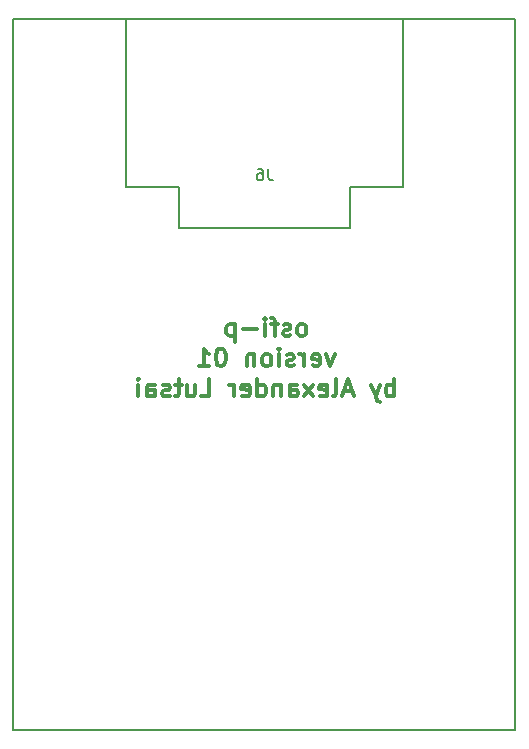
<source format=gbr>
G04 #@! TF.GenerationSoftware,KiCad,Pcbnew,5.0.1*
G04 #@! TF.CreationDate,2019-01-30T17:32:38+03:00*
G04 #@! TF.ProjectId,core,636F72652E6B696361645F7063620000,rev?*
G04 #@! TF.SameCoordinates,Original*
G04 #@! TF.FileFunction,Legend,Bot*
G04 #@! TF.FilePolarity,Positive*
%FSLAX46Y46*%
G04 Gerber Fmt 4.6, Leading zero omitted, Abs format (unit mm)*
G04 Created by KiCad (PCBNEW 5.0.1) date Wed 30 Jan 2019 05:32:38 PM MSK*
%MOMM*%
%LPD*%
G01*
G04 APERTURE LIST*
%ADD10C,0.300000*%
%ADD11C,0.150000*%
G04 APERTURE END LIST*
D10*
X172857142Y-81378571D02*
X173000000Y-81307142D01*
X173071428Y-81235714D01*
X173142857Y-81092857D01*
X173142857Y-80664285D01*
X173071428Y-80521428D01*
X173000000Y-80450000D01*
X172857142Y-80378571D01*
X172642857Y-80378571D01*
X172500000Y-80450000D01*
X172428571Y-80521428D01*
X172357142Y-80664285D01*
X172357142Y-81092857D01*
X172428571Y-81235714D01*
X172500000Y-81307142D01*
X172642857Y-81378571D01*
X172857142Y-81378571D01*
X171785714Y-81307142D02*
X171642857Y-81378571D01*
X171357142Y-81378571D01*
X171214285Y-81307142D01*
X171142857Y-81164285D01*
X171142857Y-81092857D01*
X171214285Y-80950000D01*
X171357142Y-80878571D01*
X171571428Y-80878571D01*
X171714285Y-80807142D01*
X171785714Y-80664285D01*
X171785714Y-80592857D01*
X171714285Y-80450000D01*
X171571428Y-80378571D01*
X171357142Y-80378571D01*
X171214285Y-80450000D01*
X170714285Y-80378571D02*
X170142857Y-80378571D01*
X170500000Y-81378571D02*
X170500000Y-80092857D01*
X170428571Y-79950000D01*
X170285714Y-79878571D01*
X170142857Y-79878571D01*
X169642857Y-81378571D02*
X169642857Y-80378571D01*
X169642857Y-79878571D02*
X169714285Y-79950000D01*
X169642857Y-80021428D01*
X169571428Y-79950000D01*
X169642857Y-79878571D01*
X169642857Y-80021428D01*
X168928571Y-80807142D02*
X167785714Y-80807142D01*
X167071428Y-80378571D02*
X167071428Y-81878571D01*
X167071428Y-80450000D02*
X166928571Y-80378571D01*
X166642857Y-80378571D01*
X166500000Y-80450000D01*
X166428571Y-80521428D01*
X166357142Y-80664285D01*
X166357142Y-81092857D01*
X166428571Y-81235714D01*
X166500000Y-81307142D01*
X166642857Y-81378571D01*
X166928571Y-81378571D01*
X167071428Y-81307142D01*
X175535714Y-82928571D02*
X175178571Y-83928571D01*
X174821428Y-82928571D01*
X173678571Y-83857142D02*
X173821428Y-83928571D01*
X174107142Y-83928571D01*
X174250000Y-83857142D01*
X174321428Y-83714285D01*
X174321428Y-83142857D01*
X174250000Y-83000000D01*
X174107142Y-82928571D01*
X173821428Y-82928571D01*
X173678571Y-83000000D01*
X173607142Y-83142857D01*
X173607142Y-83285714D01*
X174321428Y-83428571D01*
X172964285Y-83928571D02*
X172964285Y-82928571D01*
X172964285Y-83214285D02*
X172892857Y-83071428D01*
X172821428Y-83000000D01*
X172678571Y-82928571D01*
X172535714Y-82928571D01*
X172107142Y-83857142D02*
X171964285Y-83928571D01*
X171678571Y-83928571D01*
X171535714Y-83857142D01*
X171464285Y-83714285D01*
X171464285Y-83642857D01*
X171535714Y-83500000D01*
X171678571Y-83428571D01*
X171892857Y-83428571D01*
X172035714Y-83357142D01*
X172107142Y-83214285D01*
X172107142Y-83142857D01*
X172035714Y-83000000D01*
X171892857Y-82928571D01*
X171678571Y-82928571D01*
X171535714Y-83000000D01*
X170821428Y-83928571D02*
X170821428Y-82928571D01*
X170821428Y-82428571D02*
X170892857Y-82500000D01*
X170821428Y-82571428D01*
X170750000Y-82500000D01*
X170821428Y-82428571D01*
X170821428Y-82571428D01*
X169892857Y-83928571D02*
X170035714Y-83857142D01*
X170107142Y-83785714D01*
X170178571Y-83642857D01*
X170178571Y-83214285D01*
X170107142Y-83071428D01*
X170035714Y-83000000D01*
X169892857Y-82928571D01*
X169678571Y-82928571D01*
X169535714Y-83000000D01*
X169464285Y-83071428D01*
X169392857Y-83214285D01*
X169392857Y-83642857D01*
X169464285Y-83785714D01*
X169535714Y-83857142D01*
X169678571Y-83928571D01*
X169892857Y-83928571D01*
X168750000Y-82928571D02*
X168750000Y-83928571D01*
X168750000Y-83071428D02*
X168678571Y-83000000D01*
X168535714Y-82928571D01*
X168321428Y-82928571D01*
X168178571Y-83000000D01*
X168107142Y-83142857D01*
X168107142Y-83928571D01*
X165964285Y-82428571D02*
X165821428Y-82428571D01*
X165678571Y-82500000D01*
X165607142Y-82571428D01*
X165535714Y-82714285D01*
X165464285Y-83000000D01*
X165464285Y-83357142D01*
X165535714Y-83642857D01*
X165607142Y-83785714D01*
X165678571Y-83857142D01*
X165821428Y-83928571D01*
X165964285Y-83928571D01*
X166107142Y-83857142D01*
X166178571Y-83785714D01*
X166250000Y-83642857D01*
X166321428Y-83357142D01*
X166321428Y-83000000D01*
X166250000Y-82714285D01*
X166178571Y-82571428D01*
X166107142Y-82500000D01*
X165964285Y-82428571D01*
X164035714Y-83928571D02*
X164892857Y-83928571D01*
X164464285Y-83928571D02*
X164464285Y-82428571D01*
X164607142Y-82642857D01*
X164750000Y-82785714D01*
X164892857Y-82857142D01*
X180571428Y-86478571D02*
X180571428Y-84978571D01*
X180571428Y-85550000D02*
X180428571Y-85478571D01*
X180142857Y-85478571D01*
X180000000Y-85550000D01*
X179928571Y-85621428D01*
X179857142Y-85764285D01*
X179857142Y-86192857D01*
X179928571Y-86335714D01*
X180000000Y-86407142D01*
X180142857Y-86478571D01*
X180428571Y-86478571D01*
X180571428Y-86407142D01*
X179357142Y-85478571D02*
X179000000Y-86478571D01*
X178642857Y-85478571D02*
X179000000Y-86478571D01*
X179142857Y-86835714D01*
X179214285Y-86907142D01*
X179357142Y-86978571D01*
X177000000Y-86050000D02*
X176285714Y-86050000D01*
X177142857Y-86478571D02*
X176642857Y-84978571D01*
X176142857Y-86478571D01*
X175428571Y-86478571D02*
X175571428Y-86407142D01*
X175642857Y-86264285D01*
X175642857Y-84978571D01*
X174285714Y-86407142D02*
X174428571Y-86478571D01*
X174714285Y-86478571D01*
X174857142Y-86407142D01*
X174928571Y-86264285D01*
X174928571Y-85692857D01*
X174857142Y-85550000D01*
X174714285Y-85478571D01*
X174428571Y-85478571D01*
X174285714Y-85550000D01*
X174214285Y-85692857D01*
X174214285Y-85835714D01*
X174928571Y-85978571D01*
X173714285Y-86478571D02*
X172928571Y-85478571D01*
X173714285Y-85478571D02*
X172928571Y-86478571D01*
X171714285Y-86478571D02*
X171714285Y-85692857D01*
X171785714Y-85550000D01*
X171928571Y-85478571D01*
X172214285Y-85478571D01*
X172357142Y-85550000D01*
X171714285Y-86407142D02*
X171857142Y-86478571D01*
X172214285Y-86478571D01*
X172357142Y-86407142D01*
X172428571Y-86264285D01*
X172428571Y-86121428D01*
X172357142Y-85978571D01*
X172214285Y-85907142D01*
X171857142Y-85907142D01*
X171714285Y-85835714D01*
X171000000Y-85478571D02*
X171000000Y-86478571D01*
X171000000Y-85621428D02*
X170928571Y-85550000D01*
X170785714Y-85478571D01*
X170571428Y-85478571D01*
X170428571Y-85550000D01*
X170357142Y-85692857D01*
X170357142Y-86478571D01*
X169000000Y-86478571D02*
X169000000Y-84978571D01*
X169000000Y-86407142D02*
X169142857Y-86478571D01*
X169428571Y-86478571D01*
X169571428Y-86407142D01*
X169642857Y-86335714D01*
X169714285Y-86192857D01*
X169714285Y-85764285D01*
X169642857Y-85621428D01*
X169571428Y-85550000D01*
X169428571Y-85478571D01*
X169142857Y-85478571D01*
X169000000Y-85550000D01*
X167714285Y-86407142D02*
X167857142Y-86478571D01*
X168142857Y-86478571D01*
X168285714Y-86407142D01*
X168357142Y-86264285D01*
X168357142Y-85692857D01*
X168285714Y-85550000D01*
X168142857Y-85478571D01*
X167857142Y-85478571D01*
X167714285Y-85550000D01*
X167642857Y-85692857D01*
X167642857Y-85835714D01*
X168357142Y-85978571D01*
X167000000Y-86478571D02*
X167000000Y-85478571D01*
X167000000Y-85764285D02*
X166928571Y-85621428D01*
X166857142Y-85550000D01*
X166714285Y-85478571D01*
X166571428Y-85478571D01*
X164214285Y-86478571D02*
X164928571Y-86478571D01*
X164928571Y-84978571D01*
X163071428Y-85478571D02*
X163071428Y-86478571D01*
X163714285Y-85478571D02*
X163714285Y-86264285D01*
X163642857Y-86407142D01*
X163500000Y-86478571D01*
X163285714Y-86478571D01*
X163142857Y-86407142D01*
X163071428Y-86335714D01*
X162571428Y-85478571D02*
X162000000Y-85478571D01*
X162357142Y-84978571D02*
X162357142Y-86264285D01*
X162285714Y-86407142D01*
X162142857Y-86478571D01*
X162000000Y-86478571D01*
X161571428Y-86407142D02*
X161428571Y-86478571D01*
X161142857Y-86478571D01*
X161000000Y-86407142D01*
X160928571Y-86264285D01*
X160928571Y-86192857D01*
X161000000Y-86050000D01*
X161142857Y-85978571D01*
X161357142Y-85978571D01*
X161500000Y-85907142D01*
X161571428Y-85764285D01*
X161571428Y-85692857D01*
X161500000Y-85550000D01*
X161357142Y-85478571D01*
X161142857Y-85478571D01*
X161000000Y-85550000D01*
X159642857Y-86478571D02*
X159642857Y-85692857D01*
X159714285Y-85550000D01*
X159857142Y-85478571D01*
X160142857Y-85478571D01*
X160285714Y-85550000D01*
X159642857Y-86407142D02*
X159785714Y-86478571D01*
X160142857Y-86478571D01*
X160285714Y-86407142D01*
X160357142Y-86264285D01*
X160357142Y-86121428D01*
X160285714Y-85978571D01*
X160142857Y-85907142D01*
X159785714Y-85907142D01*
X159642857Y-85835714D01*
X158928571Y-86478571D02*
X158928571Y-85478571D01*
X158928571Y-84978571D02*
X159000000Y-85050000D01*
X158928571Y-85121428D01*
X158857142Y-85050000D01*
X158928571Y-84978571D01*
X158928571Y-85121428D01*
D11*
G04 #@! TO.C,J6*
X181344519Y-68750000D02*
X176844519Y-68750000D01*
X181344519Y-54500000D02*
X181344519Y-68750000D01*
X157844519Y-68750000D02*
X157844519Y-54500000D01*
X162344519Y-68750000D02*
X157844519Y-68750000D01*
X162344519Y-72250000D02*
X162344519Y-68750000D01*
X176844519Y-72250000D02*
X162344519Y-72250000D01*
X176844519Y-68750000D02*
X176844519Y-72250000D01*
X190844519Y-72250000D02*
X190844519Y-54500000D01*
X190844519Y-54500000D02*
X148344519Y-54500000D01*
X148344519Y-54500000D02*
X148344519Y-72250000D01*
X190844519Y-72250000D02*
X190844519Y-114750000D01*
X190844519Y-114750000D02*
X148344519Y-114750000D01*
X148344519Y-114750000D02*
X148344519Y-72250000D01*
X169927852Y-67202380D02*
X169927852Y-67916666D01*
X169975471Y-68059523D01*
X170070709Y-68154761D01*
X170213566Y-68202380D01*
X170308804Y-68202380D01*
X169023090Y-67202380D02*
X169213566Y-67202380D01*
X169308804Y-67250000D01*
X169356423Y-67297619D01*
X169451661Y-67440476D01*
X169499280Y-67630952D01*
X169499280Y-68011904D01*
X169451661Y-68107142D01*
X169404042Y-68154761D01*
X169308804Y-68202380D01*
X169118328Y-68202380D01*
X169023090Y-68154761D01*
X168975471Y-68107142D01*
X168927852Y-68011904D01*
X168927852Y-67773809D01*
X168975471Y-67678571D01*
X169023090Y-67630952D01*
X169118328Y-67583333D01*
X169308804Y-67583333D01*
X169404042Y-67630952D01*
X169451661Y-67678571D01*
X169499280Y-67773809D01*
G04 #@! TD*
M02*

</source>
